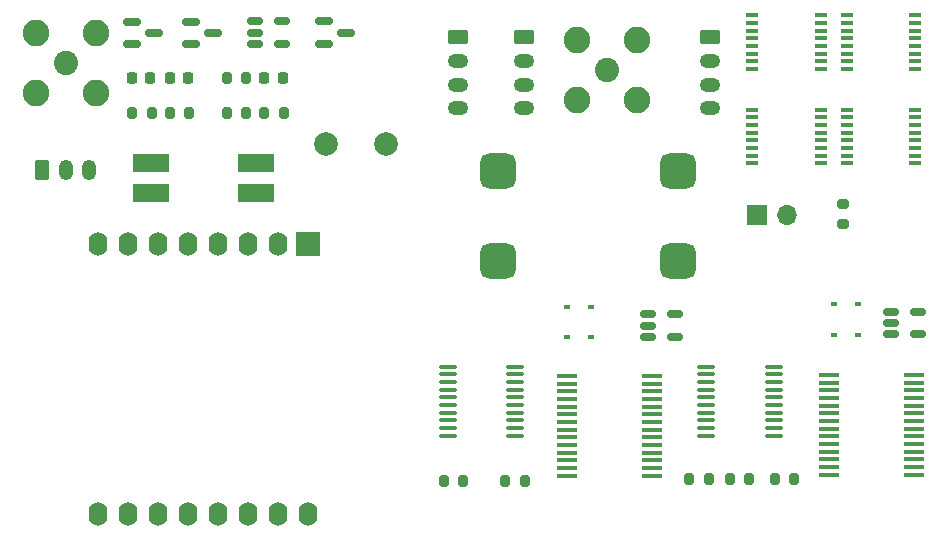
<source format=gbr>
%TF.GenerationSoftware,KiCad,Pcbnew,(6.0.7)*%
%TF.CreationDate,2023-09-13T17:05:02+02:00*%
%TF.ProjectId,freqcount1.1,66726571-636f-4756-9e74-312e312e6b69,rev?*%
%TF.SameCoordinates,PX2562500PY632ea00*%
%TF.FileFunction,Soldermask,Top*%
%TF.FilePolarity,Negative*%
%FSLAX46Y46*%
G04 Gerber Fmt 4.6, Leading zero omitted, Abs format (unit mm)*
G04 Created by KiCad (PCBNEW (6.0.7)) date 2023-09-13 17:05:02*
%MOMM*%
%LPD*%
G01*
G04 APERTURE LIST*
G04 Aperture macros list*
%AMRoundRect*
0 Rectangle with rounded corners*
0 $1 Rounding radius*
0 $2 $3 $4 $5 $6 $7 $8 $9 X,Y pos of 4 corners*
0 Add a 4 corners polygon primitive as box body*
4,1,4,$2,$3,$4,$5,$6,$7,$8,$9,$2,$3,0*
0 Add four circle primitives for the rounded corners*
1,1,$1+$1,$2,$3*
1,1,$1+$1,$4,$5*
1,1,$1+$1,$6,$7*
1,1,$1+$1,$8,$9*
0 Add four rect primitives between the rounded corners*
20,1,$1+$1,$2,$3,$4,$5,0*
20,1,$1+$1,$4,$5,$6,$7,0*
20,1,$1+$1,$6,$7,$8,$9,0*
20,1,$1+$1,$8,$9,$2,$3,0*%
G04 Aperture macros list end*
%ADD10R,0.600000X0.450000*%
%ADD11RoundRect,0.200000X-0.200000X-0.275000X0.200000X-0.275000X0.200000X0.275000X-0.200000X0.275000X0*%
%ADD12RoundRect,0.150000X-0.512500X-0.150000X0.512500X-0.150000X0.512500X0.150000X-0.512500X0.150000X0*%
%ADD13R,2.000000X2.000000*%
%ADD14O,1.600000X2.000000*%
%ADD15R,1.700000X1.700000*%
%ADD16O,1.700000X1.700000*%
%ADD17RoundRect,0.250000X-0.350000X-0.625000X0.350000X-0.625000X0.350000X0.625000X-0.350000X0.625000X0*%
%ADD18O,1.200000X1.750000*%
%ADD19RoundRect,0.225000X-0.225000X-0.250000X0.225000X-0.250000X0.225000X0.250000X-0.225000X0.250000X0*%
%ADD20RoundRect,0.250000X-0.625000X0.350000X-0.625000X-0.350000X0.625000X-0.350000X0.625000X0.350000X0*%
%ADD21O,1.750000X1.200000*%
%ADD22C,2.050000*%
%ADD23C,2.250000*%
%ADD24RoundRect,0.100000X-0.637500X-0.100000X0.637500X-0.100000X0.637500X0.100000X-0.637500X0.100000X0*%
%ADD25RoundRect,0.750000X-0.750000X-0.750000X0.750000X-0.750000X0.750000X0.750000X-0.750000X0.750000X0*%
%ADD26R,1.000000X0.400000*%
%ADD27R,1.750000X0.450000*%
%ADD28RoundRect,0.150000X-0.587500X-0.150000X0.587500X-0.150000X0.587500X0.150000X-0.587500X0.150000X0*%
%ADD29RoundRect,0.200000X0.275000X-0.200000X0.275000X0.200000X-0.275000X0.200000X-0.275000X-0.200000X0*%
%ADD30RoundRect,0.200000X0.200000X0.275000X-0.200000X0.275000X-0.200000X-0.275000X0.200000X-0.275000X0*%
%ADD31R,3.100000X1.600000*%
%ADD32C,2.000000*%
G04 APERTURE END LIST*
D10*
%TO.C,D2*%
X48400000Y17400000D03*
X50500000Y17400000D03*
%TD*%
D11*
%TO.C,R5*%
X58800000Y5400000D03*
X60450000Y5400000D03*
%TD*%
D12*
%TO.C,U5*%
X55262500Y19350000D03*
X55262500Y18400000D03*
X55262500Y17450000D03*
X57537500Y17450000D03*
X57537500Y19350000D03*
%TD*%
%TO.C,U12*%
X22000000Y44150000D03*
X22000000Y43200000D03*
X22000000Y42250000D03*
X24275000Y42250000D03*
X24275000Y44150000D03*
%TD*%
D11*
%TO.C,R2*%
X43200000Y5200000D03*
X44850000Y5200000D03*
%TD*%
D13*
%TO.C,U11*%
X26490000Y25275000D03*
D14*
X23950000Y25275000D03*
X21410000Y25275000D03*
X18870000Y25275000D03*
X16330000Y25275000D03*
X13790000Y25275000D03*
X11250000Y25275000D03*
X8710000Y25275000D03*
X8710000Y2415000D03*
X11250000Y2415000D03*
X13790000Y2415000D03*
X16330000Y2415000D03*
X18870000Y2415000D03*
X21410000Y2415000D03*
X23950000Y2415000D03*
X26490000Y2415000D03*
%TD*%
D15*
%TO.C,JP1*%
X64525000Y27800000D03*
D16*
X67065000Y27800000D03*
%TD*%
D11*
%TO.C,R3*%
X66000000Y5400000D03*
X67650000Y5400000D03*
%TD*%
D17*
%TO.C,J2*%
X4000000Y31600000D03*
D18*
X6000000Y31600000D03*
X8000000Y31600000D03*
%TD*%
D19*
%TO.C,C1*%
X11600000Y39400000D03*
X13150000Y39400000D03*
%TD*%
D20*
%TO.C,J6*%
X39200000Y42800000D03*
D21*
X39200000Y40800000D03*
X39200000Y38800000D03*
X39200000Y36800000D03*
%TD*%
D22*
%TO.C,J4*%
X6000000Y40600000D03*
D23*
X3460000Y43140000D03*
X3460000Y38060000D03*
X8540000Y43140000D03*
X8540000Y38060000D03*
%TD*%
D20*
%TO.C,J3*%
X44750000Y42800000D03*
D21*
X44750000Y40800000D03*
X44750000Y38800000D03*
X44750000Y36800000D03*
%TD*%
D24*
%TO.C,U6*%
X38337500Y14925000D03*
X38337500Y14275000D03*
X38337500Y13625000D03*
X38337500Y12975000D03*
X38337500Y12325000D03*
X38337500Y11675000D03*
X38337500Y11025000D03*
X38337500Y10375000D03*
X38337500Y9725000D03*
X38337500Y9075000D03*
X44062500Y9075000D03*
X44062500Y9725000D03*
X44062500Y10375000D03*
X44062500Y11025000D03*
X44062500Y11675000D03*
X44062500Y12325000D03*
X44062500Y12975000D03*
X44062500Y13625000D03*
X44062500Y14275000D03*
X44062500Y14925000D03*
%TD*%
D25*
%TO.C,QA1*%
X42549000Y23905000D03*
X57789000Y23905000D03*
X57789000Y31525000D03*
X42549000Y31525000D03*
%TD*%
D11*
%TO.C,R6*%
X11600000Y36400000D03*
X13250000Y36400000D03*
%TD*%
D26*
%TO.C,U1*%
X64100000Y44675000D03*
X64100000Y44025000D03*
X64100000Y43375000D03*
X64100000Y42725000D03*
X64100000Y42075000D03*
X64100000Y41425000D03*
X64100000Y40775000D03*
X64100000Y40125000D03*
X69900000Y40125000D03*
X69900000Y40775000D03*
X69900000Y41425000D03*
X69900000Y42075000D03*
X69900000Y42725000D03*
X69900000Y43375000D03*
X69900000Y44025000D03*
X69900000Y44675000D03*
%TD*%
D12*
%TO.C,U8*%
X75862500Y19550000D03*
X75862500Y18600000D03*
X75862500Y17650000D03*
X78137500Y17650000D03*
X78137500Y19550000D03*
%TD*%
D27*
%TO.C,U7*%
X48420000Y14125000D03*
X48420000Y13475000D03*
X48420000Y12825000D03*
X48420000Y12175000D03*
X48420000Y11525000D03*
X48420000Y10875000D03*
X48420000Y10225000D03*
X48420000Y9575000D03*
X48420000Y8925000D03*
X48420000Y8275000D03*
X48420000Y7625000D03*
X48420000Y6975000D03*
X48420000Y6325000D03*
X48420000Y5675000D03*
X55620000Y5675000D03*
X55620000Y6325000D03*
X55620000Y6975000D03*
X55620000Y7625000D03*
X55620000Y8275000D03*
X55620000Y8925000D03*
X55620000Y9575000D03*
X55620000Y10225000D03*
X55620000Y10875000D03*
X55620000Y11525000D03*
X55620000Y12175000D03*
X55620000Y12825000D03*
X55620000Y13475000D03*
X55620000Y14125000D03*
%TD*%
D28*
%TO.C,D7*%
X11600000Y44100000D03*
X11600000Y42200000D03*
X13475000Y43150000D03*
%TD*%
D22*
%TO.C,J5*%
X51800000Y40000000D03*
D23*
X54340000Y42540000D03*
X49260000Y42540000D03*
X54340000Y37460000D03*
X49260000Y37460000D03*
%TD*%
D19*
%TO.C,C2*%
X14800000Y39400000D03*
X16350000Y39400000D03*
%TD*%
D26*
%TO.C,U3*%
X64100000Y36675000D03*
X64100000Y36025000D03*
X64100000Y35375000D03*
X64100000Y34725000D03*
X64100000Y34075000D03*
X64100000Y33425000D03*
X64100000Y32775000D03*
X64100000Y32125000D03*
X69900000Y32125000D03*
X69900000Y32775000D03*
X69900000Y33425000D03*
X69900000Y34075000D03*
X69900000Y34725000D03*
X69900000Y35375000D03*
X69900000Y36025000D03*
X69900000Y36675000D03*
%TD*%
D28*
%TO.C,D5*%
X27862500Y44150000D03*
X27862500Y42250000D03*
X29737500Y43200000D03*
%TD*%
D24*
%TO.C,U9*%
X60237500Y14925000D03*
X60237500Y14275000D03*
X60237500Y13625000D03*
X60237500Y12975000D03*
X60237500Y12325000D03*
X60237500Y11675000D03*
X60237500Y11025000D03*
X60237500Y10375000D03*
X60237500Y9725000D03*
X60237500Y9075000D03*
X65962500Y9075000D03*
X65962500Y9725000D03*
X65962500Y10375000D03*
X65962500Y11025000D03*
X65962500Y11675000D03*
X65962500Y12325000D03*
X65962500Y12975000D03*
X65962500Y13625000D03*
X65962500Y14275000D03*
X65962500Y14925000D03*
%TD*%
D26*
%TO.C,U2*%
X72100000Y44675000D03*
X72100000Y44025000D03*
X72100000Y43375000D03*
X72100000Y42725000D03*
X72100000Y42075000D03*
X72100000Y41425000D03*
X72100000Y40775000D03*
X72100000Y40125000D03*
X77900000Y40125000D03*
X77900000Y40775000D03*
X77900000Y41425000D03*
X77900000Y42075000D03*
X77900000Y42725000D03*
X77900000Y43375000D03*
X77900000Y44025000D03*
X77900000Y44675000D03*
%TD*%
%TO.C,U4*%
X72100000Y36675000D03*
X72100000Y36025000D03*
X72100000Y35375000D03*
X72100000Y34725000D03*
X72100000Y34075000D03*
X72100000Y33425000D03*
X72100000Y32775000D03*
X72100000Y32125000D03*
X77900000Y32125000D03*
X77900000Y32775000D03*
X77900000Y33425000D03*
X77900000Y34075000D03*
X77900000Y34725000D03*
X77900000Y35375000D03*
X77900000Y36025000D03*
X77900000Y36675000D03*
%TD*%
D29*
%TO.C,R11*%
X71800000Y27000000D03*
X71800000Y28650000D03*
%TD*%
D11*
%TO.C,R4*%
X62200000Y5400000D03*
X63850000Y5400000D03*
%TD*%
D10*
%TO.C,D1*%
X48400000Y20000000D03*
X50500000Y20000000D03*
%TD*%
D30*
%TO.C,R10*%
X24450000Y36400000D03*
X22800000Y36400000D03*
%TD*%
D27*
%TO.C,U10*%
X70590000Y14225000D03*
X70590000Y13575000D03*
X70590000Y12925000D03*
X70590000Y12275000D03*
X70590000Y11625000D03*
X70590000Y10975000D03*
X70590000Y10325000D03*
X70590000Y9675000D03*
X70590000Y9025000D03*
X70590000Y8375000D03*
X70590000Y7725000D03*
X70590000Y7075000D03*
X70590000Y6425000D03*
X70590000Y5775000D03*
X77790000Y5775000D03*
X77790000Y6425000D03*
X77790000Y7075000D03*
X77790000Y7725000D03*
X77790000Y8375000D03*
X77790000Y9025000D03*
X77790000Y9675000D03*
X77790000Y10325000D03*
X77790000Y10975000D03*
X77790000Y11625000D03*
X77790000Y12275000D03*
X77790000Y12925000D03*
X77790000Y13575000D03*
X77790000Y14225000D03*
%TD*%
D11*
%TO.C,R8*%
X19600000Y39400000D03*
X21250000Y39400000D03*
%TD*%
D19*
%TO.C,C3*%
X22800000Y39400000D03*
X24350000Y39400000D03*
%TD*%
D28*
%TO.C,Q1*%
X16600000Y44100000D03*
X16600000Y42200000D03*
X18475000Y43150000D03*
%TD*%
D31*
%TO.C,SW1*%
X13200000Y32140000D03*
X13200000Y29600000D03*
X22090000Y29600000D03*
X22090000Y32140000D03*
%TD*%
D20*
%TO.C,J1*%
X60550000Y42800000D03*
D21*
X60550000Y40800000D03*
X60550000Y38800000D03*
X60550000Y36800000D03*
%TD*%
D11*
%TO.C,R9*%
X19600000Y36400000D03*
X21250000Y36400000D03*
%TD*%
D32*
%TO.C,F1*%
X28060000Y33810000D03*
X33140000Y33800000D03*
%TD*%
D30*
%TO.C,R7*%
X16450000Y36400000D03*
X14800000Y36400000D03*
%TD*%
%TO.C,R1*%
X39650000Y5200000D03*
X38000000Y5200000D03*
%TD*%
D10*
%TO.C,D4*%
X71000000Y17600000D03*
X73100000Y17600000D03*
%TD*%
%TO.C,D3*%
X71000000Y20200000D03*
X73100000Y20200000D03*
%TD*%
M02*

</source>
